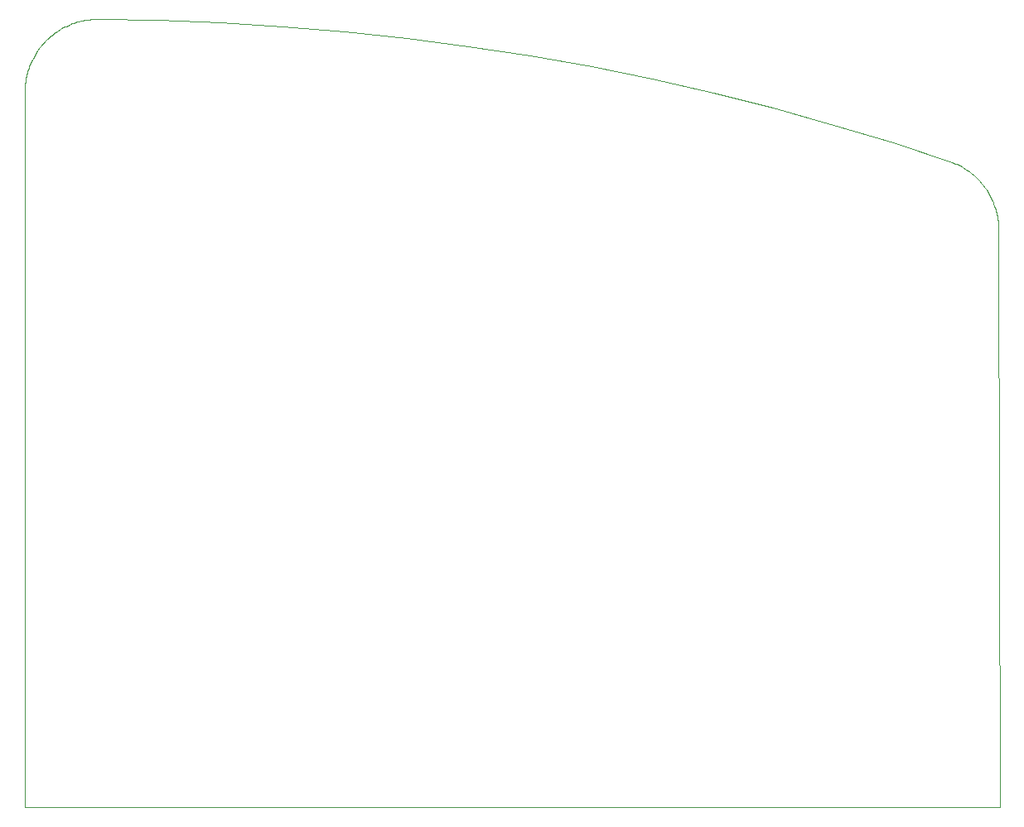
<source format=gko>
G75*
%MOIN*%
%OFA0B0*%
%FSLAX25Y25*%
%IPPOS*%
%LPD*%
%AMOC8*
5,1,8,0,0,1.08239X$1,22.5*
%
%ADD10C,0.00100*%
D10*
X0050995Y0032933D02*
X0443455Y0032933D01*
X0442898Y0263806D01*
X0442897Y0263806D02*
X0442920Y0264524D01*
X0442925Y0265243D01*
X0442912Y0265962D01*
X0442882Y0266681D01*
X0442835Y0267398D01*
X0442770Y0268115D01*
X0442688Y0268829D01*
X0442589Y0269541D01*
X0442472Y0270251D01*
X0442338Y0270957D01*
X0442188Y0271660D01*
X0442020Y0272360D01*
X0441835Y0273055D01*
X0441634Y0273745D01*
X0441416Y0274430D01*
X0441182Y0275110D01*
X0440931Y0275784D01*
X0440663Y0276451D01*
X0440380Y0277112D01*
X0440081Y0277766D01*
X0439766Y0278413D01*
X0439436Y0279051D01*
X0439090Y0279682D01*
X0438729Y0280304D01*
X0438353Y0280916D01*
X0437962Y0281520D01*
X0437557Y0282114D01*
X0437137Y0282698D01*
X0436704Y0283272D01*
X0436257Y0283835D01*
X0435796Y0284387D01*
X0435322Y0284928D01*
X0434835Y0285457D01*
X0434336Y0285974D01*
X0433824Y0286479D01*
X0433300Y0286972D01*
X0432764Y0287451D01*
X0432216Y0287918D01*
X0431658Y0288371D01*
X0431089Y0288810D01*
X0430509Y0289236D01*
X0429919Y0289647D01*
X0429320Y0290044D01*
X0428711Y0290426D01*
X0428093Y0290794D01*
X0427466Y0291146D01*
X0426831Y0291483D01*
X0426188Y0291805D01*
X0425537Y0292111D01*
X0424879Y0292401D01*
X0424214Y0292675D01*
X0077808Y0350168D02*
X0077108Y0350101D01*
X0076409Y0350018D01*
X0075713Y0349918D01*
X0075020Y0349801D01*
X0074329Y0349667D01*
X0073642Y0349517D01*
X0072959Y0349350D01*
X0072280Y0349166D01*
X0071605Y0348967D01*
X0070936Y0348751D01*
X0070272Y0348519D01*
X0069614Y0348270D01*
X0068962Y0348006D01*
X0068316Y0347727D01*
X0067678Y0347432D01*
X0067046Y0347121D01*
X0066423Y0346796D01*
X0065808Y0346455D01*
X0065201Y0346100D01*
X0064602Y0345730D01*
X0064013Y0345346D01*
X0063433Y0344947D01*
X0062864Y0344535D01*
X0062304Y0344109D01*
X0061754Y0343670D01*
X0061216Y0343217D01*
X0060689Y0342752D01*
X0060172Y0342274D01*
X0059668Y0341784D01*
X0059176Y0341281D01*
X0058696Y0340767D01*
X0058228Y0340242D01*
X0057774Y0339705D01*
X0057332Y0339157D01*
X0056904Y0338599D01*
X0056489Y0338031D01*
X0056088Y0337453D01*
X0055702Y0336866D01*
X0055329Y0336269D01*
X0054972Y0335663D01*
X0054629Y0335049D01*
X0054300Y0334427D01*
X0053987Y0333797D01*
X0053690Y0333160D01*
X0053407Y0332516D01*
X0053141Y0331865D01*
X0052890Y0331207D01*
X0052655Y0330544D01*
X0052437Y0329876D01*
X0052234Y0329202D01*
X0052048Y0328524D01*
X0051878Y0327841D01*
X0051725Y0327155D01*
X0051589Y0326465D01*
X0051469Y0325772D01*
X0051366Y0325076D01*
X0051279Y0324378D01*
X0051210Y0323678D01*
X0051158Y0322977D01*
X0051122Y0322274D01*
X0051104Y0321571D01*
X0051102Y0320867D01*
X0051118Y0320164D01*
X0051151Y0319462D01*
X0051200Y0318760D01*
X0050995Y0032933D01*
X0079776Y0350168D02*
X0104828Y0349836D01*
X0129866Y0348918D01*
X0154875Y0347415D01*
X0179843Y0345326D01*
X0204754Y0342653D01*
X0229596Y0339399D01*
X0254355Y0335563D01*
X0279018Y0331149D01*
X0303571Y0326159D01*
X0328000Y0320596D01*
X0352292Y0314462D01*
X0376434Y0307762D01*
X0400412Y0300498D01*
X0424214Y0292675D01*
X0079776Y0350168D02*
X0077808Y0350168D01*
M02*

</source>
